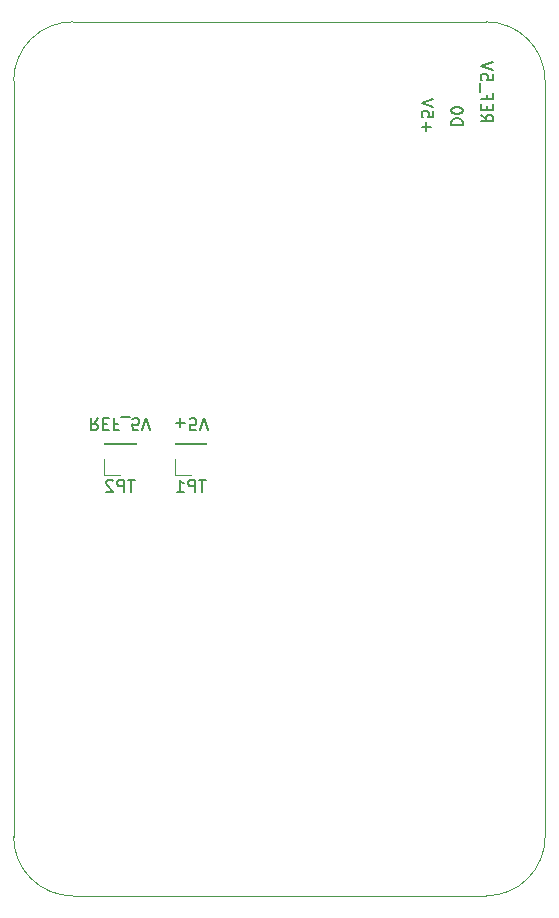
<source format=gbr>
%TF.GenerationSoftware,KiCad,Pcbnew,(5.1.10)-1*%
%TF.CreationDate,2022-05-06T17:00:31+02:00*%
%TF.ProjectId,LTE_HW,4c54455f-4857-42e6-9b69-6361645f7063,rev?*%
%TF.SameCoordinates,Original*%
%TF.FileFunction,Legend,Bot*%
%TF.FilePolarity,Positive*%
%FSLAX46Y46*%
G04 Gerber Fmt 4.6, Leading zero omitted, Abs format (unit mm)*
G04 Created by KiCad (PCBNEW (5.1.10)-1) date 2022-05-06 17:00:31*
%MOMM*%
%LPD*%
G01*
G04 APERTURE LIST*
%ADD10C,0.150000*%
%TA.AperFunction,Profile*%
%ADD11C,0.050000*%
%TD*%
%ADD12C,0.120000*%
G04 APERTURE END LIST*
D10*
X142047619Y-84738095D02*
X143047619Y-84738095D01*
X143047619Y-84500000D01*
X143000000Y-84357142D01*
X142904761Y-84261904D01*
X142809523Y-84214285D01*
X142619047Y-84166666D01*
X142476190Y-84166666D01*
X142285714Y-84214285D01*
X142190476Y-84261904D01*
X142095238Y-84357142D01*
X142047619Y-84500000D01*
X142047619Y-84738095D01*
X143047619Y-83547619D02*
X143047619Y-83452380D01*
X143000000Y-83357142D01*
X142952380Y-83309523D01*
X142857142Y-83261904D01*
X142666666Y-83214285D01*
X142428571Y-83214285D01*
X142238095Y-83261904D01*
X142142857Y-83309523D01*
X142095238Y-83357142D01*
X142047619Y-83452380D01*
X142047619Y-83547619D01*
X142095238Y-83642857D01*
X142142857Y-83690476D01*
X142238095Y-83738095D01*
X142428571Y-83785714D01*
X142666666Y-83785714D01*
X142857142Y-83738095D01*
X142952380Y-83690476D01*
X143000000Y-83642857D01*
X143047619Y-83547619D01*
X144547619Y-83857142D02*
X145023809Y-84190476D01*
X144547619Y-84428571D02*
X145547619Y-84428571D01*
X145547619Y-84047619D01*
X145500000Y-83952380D01*
X145452380Y-83904761D01*
X145357142Y-83857142D01*
X145214285Y-83857142D01*
X145119047Y-83904761D01*
X145071428Y-83952380D01*
X145023809Y-84047619D01*
X145023809Y-84428571D01*
X145071428Y-83428571D02*
X145071428Y-83095238D01*
X144547619Y-82952380D02*
X144547619Y-83428571D01*
X145547619Y-83428571D01*
X145547619Y-82952380D01*
X145071428Y-82190476D02*
X145071428Y-82523809D01*
X144547619Y-82523809D02*
X145547619Y-82523809D01*
X145547619Y-82047619D01*
X144452380Y-81904761D02*
X144452380Y-81142857D01*
X145547619Y-80428571D02*
X145547619Y-80904761D01*
X145071428Y-80952380D01*
X145119047Y-80904761D01*
X145166666Y-80809523D01*
X145166666Y-80571428D01*
X145119047Y-80476190D01*
X145071428Y-80428571D01*
X144976190Y-80380952D01*
X144738095Y-80380952D01*
X144642857Y-80428571D01*
X144595238Y-80476190D01*
X144547619Y-80571428D01*
X144547619Y-80809523D01*
X144595238Y-80904761D01*
X144642857Y-80952380D01*
X145547619Y-80095238D02*
X144547619Y-79761904D01*
X145547619Y-79428571D01*
X139928571Y-85285714D02*
X139928571Y-84523809D01*
X139547619Y-84904761D02*
X140309523Y-84904761D01*
X140547619Y-83571428D02*
X140547619Y-84047619D01*
X140071428Y-84095238D01*
X140119047Y-84047619D01*
X140166666Y-83952380D01*
X140166666Y-83714285D01*
X140119047Y-83619047D01*
X140071428Y-83571428D01*
X139976190Y-83523809D01*
X139738095Y-83523809D01*
X139642857Y-83571428D01*
X139595238Y-83619047D01*
X139547619Y-83714285D01*
X139547619Y-83952380D01*
X139595238Y-84047619D01*
X139642857Y-84095238D01*
X140547619Y-83238095D02*
X139547619Y-82904761D01*
X140547619Y-82571428D01*
D11*
X150000000Y-145000000D02*
G75*
G02*
X145000000Y-150000000I-5000000J0D01*
G01*
X145000000Y-76000000D02*
G75*
G02*
X150000000Y-81000000I0J-5000000D01*
G01*
X105000000Y-81000000D02*
G75*
G02*
X110000000Y-76000000I5000000J0D01*
G01*
X110000000Y-150000000D02*
G75*
G02*
X105000000Y-145000000I0J5000000D01*
G01*
D10*
X112142857Y-109547619D02*
X111809523Y-110023809D01*
X111571428Y-109547619D02*
X111571428Y-110547619D01*
X111952380Y-110547619D01*
X112047619Y-110500000D01*
X112095238Y-110452380D01*
X112142857Y-110357142D01*
X112142857Y-110214285D01*
X112095238Y-110119047D01*
X112047619Y-110071428D01*
X111952380Y-110023809D01*
X111571428Y-110023809D01*
X112571428Y-110071428D02*
X112904761Y-110071428D01*
X113047619Y-109547619D02*
X112571428Y-109547619D01*
X112571428Y-110547619D01*
X113047619Y-110547619D01*
X113809523Y-110071428D02*
X113476190Y-110071428D01*
X113476190Y-109547619D02*
X113476190Y-110547619D01*
X113952380Y-110547619D01*
X114095238Y-109452380D02*
X114857142Y-109452380D01*
X115571428Y-110547619D02*
X115095238Y-110547619D01*
X115047619Y-110071428D01*
X115095238Y-110119047D01*
X115190476Y-110166666D01*
X115428571Y-110166666D01*
X115523809Y-110119047D01*
X115571428Y-110071428D01*
X115619047Y-109976190D01*
X115619047Y-109738095D01*
X115571428Y-109642857D01*
X115523809Y-109595238D01*
X115428571Y-109547619D01*
X115190476Y-109547619D01*
X115095238Y-109595238D01*
X115047619Y-109642857D01*
X115904761Y-110547619D02*
X116238095Y-109547619D01*
X116571428Y-110547619D01*
X118714285Y-109928571D02*
X119476190Y-109928571D01*
X119095238Y-109547619D02*
X119095238Y-110309523D01*
X120428571Y-110547619D02*
X119952380Y-110547619D01*
X119904761Y-110071428D01*
X119952380Y-110119047D01*
X120047619Y-110166666D01*
X120285714Y-110166666D01*
X120380952Y-110119047D01*
X120428571Y-110071428D01*
X120476190Y-109976190D01*
X120476190Y-109738095D01*
X120428571Y-109642857D01*
X120380952Y-109595238D01*
X120285714Y-109547619D01*
X120047619Y-109547619D01*
X119952380Y-109595238D01*
X119904761Y-109642857D01*
X120761904Y-110547619D02*
X121095238Y-109547619D01*
X121428571Y-110547619D01*
D11*
X145000000Y-76000000D02*
X110000000Y-76000000D01*
X150000000Y-145000000D02*
X150000000Y-81000000D01*
X110000000Y-150000000D02*
X145000000Y-150000000D01*
X105000000Y-81000000D02*
X105000000Y-145000000D01*
D12*
%TO.C,TP2*%
X112670000Y-114330000D02*
X114000000Y-114330000D01*
X112670000Y-113000000D02*
X112670000Y-114330000D01*
X112670000Y-111730000D02*
X115330000Y-111730000D01*
X115330000Y-111730000D02*
X115330000Y-111670000D01*
X112670000Y-111730000D02*
X112670000Y-111670000D01*
X112670000Y-111670000D02*
X115330000Y-111670000D01*
%TO.C,TP1*%
X118670000Y-111670000D02*
X121330000Y-111670000D01*
X118670000Y-111730000D02*
X118670000Y-111670000D01*
X121330000Y-111730000D02*
X121330000Y-111670000D01*
X118670000Y-111730000D02*
X121330000Y-111730000D01*
X118670000Y-113000000D02*
X118670000Y-114330000D01*
X118670000Y-114330000D02*
X120000000Y-114330000D01*
%TD*%
%TO.C,TP2*%
D10*
X115261904Y-114782380D02*
X114690476Y-114782380D01*
X114976190Y-115782380D02*
X114976190Y-114782380D01*
X114357142Y-115782380D02*
X114357142Y-114782380D01*
X113976190Y-114782380D01*
X113880952Y-114830000D01*
X113833333Y-114877619D01*
X113785714Y-114972857D01*
X113785714Y-115115714D01*
X113833333Y-115210952D01*
X113880952Y-115258571D01*
X113976190Y-115306190D01*
X114357142Y-115306190D01*
X113404761Y-114877619D02*
X113357142Y-114830000D01*
X113261904Y-114782380D01*
X113023809Y-114782380D01*
X112928571Y-114830000D01*
X112880952Y-114877619D01*
X112833333Y-114972857D01*
X112833333Y-115068095D01*
X112880952Y-115210952D01*
X113452380Y-115782380D01*
X112833333Y-115782380D01*
%TO.C,TP1*%
X121261904Y-114782380D02*
X120690476Y-114782380D01*
X120976190Y-115782380D02*
X120976190Y-114782380D01*
X120357142Y-115782380D02*
X120357142Y-114782380D01*
X119976190Y-114782380D01*
X119880952Y-114830000D01*
X119833333Y-114877619D01*
X119785714Y-114972857D01*
X119785714Y-115115714D01*
X119833333Y-115210952D01*
X119880952Y-115258571D01*
X119976190Y-115306190D01*
X120357142Y-115306190D01*
X118833333Y-115782380D02*
X119404761Y-115782380D01*
X119119047Y-115782380D02*
X119119047Y-114782380D01*
X119214285Y-114925238D01*
X119309523Y-115020476D01*
X119404761Y-115068095D01*
%TD*%
M02*

</source>
